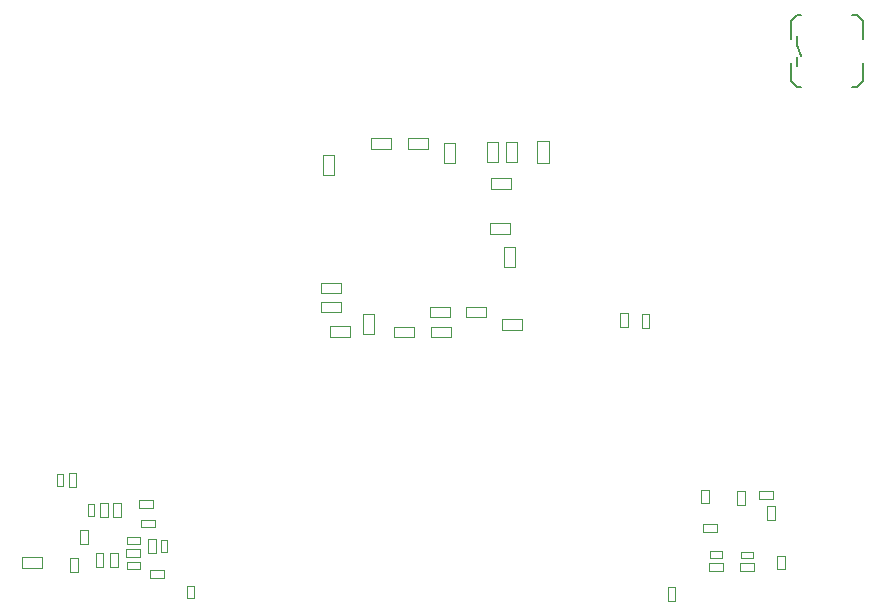
<source format=gbr>
%TF.GenerationSoftware,Altium Limited,Altium Designer,18.1.7 (191)*%
G04 Layer_Color=32768*
%FSLAX26Y26*%
%MOIN*%
%TF.FileFunction,Other,Bottom_Assembly*%
%TF.Part,Single*%
G01*
G75*
%TA.AperFunction,NonConductor*%
%ADD108C,0.003937*%
%ADD135C,0.008000*%
D108*
X326299Y953071D02*
X393228D01*
X326299Y917638D02*
X393228D01*
Y953071D01*
X326299Y917638D02*
Y953071D01*
X1925984Y1711064D02*
X1992914D01*
X1925984Y1746496D02*
X1992914D01*
X1925984Y1711064D02*
Y1746496D01*
X1992914Y1711064D02*
Y1746496D01*
X2393346Y1718347D02*
X2418937D01*
X2393346Y1763622D02*
X2418937D01*
Y1718347D02*
Y1763622D01*
X2393346Y1718347D02*
Y1763622D01*
X2320472Y1721653D02*
X2346063D01*
X2320472Y1766929D02*
X2346063D01*
Y1721653D02*
Y1766929D01*
X2320472Y1721653D02*
Y1766929D01*
X657264Y1088366D02*
Y1133642D01*
X631673Y1088366D02*
Y1133642D01*
Y1088366D02*
X657264D01*
X631673Y1133642D02*
X657264D01*
X769528Y1052008D02*
Y1077598D01*
X724252Y1052008D02*
Y1077598D01*
X769528D01*
X724252Y1052008D02*
X769528D01*
X755315Y883346D02*
X800591D01*
X755315Y908937D02*
X800591D01*
X755315Y883346D02*
Y908937D01*
X800591Y883346D02*
Y908937D01*
X622087Y921339D02*
X647677D01*
X622087Y966614D02*
X647677D01*
Y921339D02*
Y966614D01*
X622087Y921339D02*
Y966614D01*
X572559Y921339D02*
Y966614D01*
X598149Y921339D02*
Y966614D01*
X572559D02*
X598149D01*
X572559Y921339D02*
X598149D01*
X521161Y997736D02*
X546752D01*
X521161Y1043012D02*
X546752D01*
Y997736D02*
Y1043012D01*
X521161Y997736D02*
Y1043012D01*
X2721535Y906417D02*
X2766811D01*
X2721535Y932008D02*
X2766811D01*
X2721535Y906417D02*
Y932008D01*
X2766811Y906417D02*
Y932008D01*
X2845472Y912953D02*
X2871063D01*
X2845472Y958228D02*
X2871063D01*
Y912953D02*
Y958228D01*
X2845472Y912953D02*
Y958228D01*
X2811693Y1076890D02*
Y1122165D01*
X2837283Y1076890D02*
Y1122165D01*
X2811693D02*
X2837283D01*
X2811693Y1076890D02*
X2837283D01*
X2712008Y1128032D02*
X2737598D01*
X2712008Y1173307D02*
X2737598D01*
Y1128032D02*
Y1173307D01*
X2712008Y1128032D02*
Y1173307D01*
X2598071Y1036417D02*
X2643347D01*
X2598071Y1062008D02*
X2643347D01*
X2598071Y1036417D02*
Y1062008D01*
X2643347Y1036417D02*
Y1062008D01*
X2663189Y906516D02*
Y932106D01*
X2617914Y906516D02*
Y932106D01*
X2663189D01*
X2617914Y906516D02*
X2663189D01*
X486969Y903307D02*
X512559D01*
X486969Y948583D02*
X512559D01*
Y903307D02*
Y948583D01*
X486969Y903307D02*
Y948583D01*
X2479921Y807736D02*
X2505512D01*
X2479921Y853012D02*
X2505512D01*
Y807736D02*
Y853012D01*
X2479921Y807736D02*
Y853012D01*
X2783819Y1147244D02*
X2829095D01*
X2783819Y1172835D02*
X2829095D01*
X2783819Y1147244D02*
Y1172835D01*
X2829095Y1147244D02*
Y1172835D01*
X2590866Y1132008D02*
X2616457D01*
X2590866Y1177284D02*
X2616457D01*
Y1132008D02*
Y1177284D01*
X2590866Y1132008D02*
Y1177284D01*
X587402Y1087795D02*
Y1133071D01*
X612992Y1087795D02*
Y1133071D01*
X587402D02*
X612992D01*
X587402Y1087795D02*
X612992D01*
X721024Y953819D02*
Y979409D01*
X675748Y953819D02*
Y979409D01*
X721024D01*
X675748Y953819D02*
X721024D01*
X482795Y1187244D02*
Y1232520D01*
X508386Y1187244D02*
Y1232520D01*
X482795D02*
X508386D01*
X482795Y1187244D02*
X508386D01*
X747047Y1012913D02*
X772638D01*
X747047Y967638D02*
X772638D01*
X747047D02*
Y1012913D01*
X772638Y967638D02*
Y1012913D01*
X717913Y1117756D02*
X763189D01*
X717913Y1143346D02*
X763189D01*
X717913Y1117756D02*
Y1143346D01*
X763189Y1117756D02*
Y1143346D01*
X1807205Y1787677D02*
X1874134D01*
X1807205Y1752244D02*
X1874134D01*
Y1787677D01*
X1807205Y1752244D02*
Y1787677D01*
X1686181Y1787756D02*
X1753110D01*
X1686181Y1752323D02*
X1753110D01*
Y1787756D01*
X1686181Y1752323D02*
Y1787756D01*
X547283Y1089448D02*
X568937D01*
X547283Y1130788D02*
X568937D01*
Y1089448D02*
Y1130788D01*
X547283Y1089448D02*
Y1130788D01*
X878622Y856812D02*
X900276D01*
X878622Y815472D02*
X900276D01*
X878622D02*
Y856812D01*
X900276Y815472D02*
Y856812D01*
X443464Y1189290D02*
Y1230630D01*
X465118Y1189290D02*
Y1230630D01*
X443464D02*
X465118D01*
X443464Y1189290D02*
X465118D01*
X790552Y1010788D02*
X812204D01*
X790552Y969448D02*
X812204D01*
X790552D02*
Y1010788D01*
X812204Y969448D02*
Y1010788D01*
X678032Y914134D02*
X719370D01*
X678032Y935788D02*
X719370D01*
X678032Y914134D02*
Y935788D01*
X719370Y914134D02*
Y935788D01*
X678070Y998386D02*
X719410D01*
X678070Y1020040D02*
X719410D01*
X678070Y998386D02*
Y1020040D01*
X719410Y998386D02*
Y1020040D01*
X2619804Y950314D02*
X2661142D01*
X2619804Y971968D02*
X2661142D01*
X2619804Y950314D02*
Y971968D01*
X2661142Y950314D02*
Y971968D01*
X2723150Y950138D02*
X2764488D01*
X2723150Y971792D02*
X2764488D01*
X2723150Y950138D02*
Y971792D01*
X2764488Y950138D02*
Y971792D01*
X2044251Y2267678D02*
X2083621D01*
X2044251Y2338544D02*
X2083621D01*
Y2267678D02*
Y2338544D01*
X2044251Y2267678D02*
Y2338544D01*
X1941536Y2336574D02*
X1976968D01*
X1941536Y2269646D02*
X1976968D01*
X1941536D02*
Y2336574D01*
X1976968Y2269646D02*
Y2336574D01*
X1935276Y1986338D02*
X1970708D01*
X1935276Y1919410D02*
X1970708D01*
X1935276D02*
Y1986338D01*
X1970708Y1919410D02*
Y1986338D01*
X1953818Y2031378D02*
Y2066812D01*
X1886890Y2031378D02*
Y2066812D01*
X1953818D01*
X1886890Y2031378D02*
X1953818D01*
X1958308Y2181614D02*
Y2217048D01*
X1891378Y2181614D02*
Y2217048D01*
X1958308D01*
X1891378Y2181614D02*
X1958308D01*
X1734488Y2333702D02*
X1769920D01*
X1734488Y2266772D02*
X1769920D01*
X1734488D02*
Y2333702D01*
X1769920Y2266772D02*
Y2333702D01*
X1681496Y2314134D02*
Y2349566D01*
X1614568Y2314134D02*
Y2349566D01*
X1681496D01*
X1614568Y2314134D02*
X1681496D01*
X1558700Y2313858D02*
Y2349292D01*
X1491772Y2313858D02*
Y2349292D01*
X1558700D01*
X1491772Y2313858D02*
X1558700D01*
X1877284Y2335944D02*
X1912716D01*
X1877284Y2269016D02*
X1912716D01*
X1877284D02*
Y2335944D01*
X1912716Y2269016D02*
Y2335944D01*
X1332401Y2227559D02*
Y2294489D01*
X1367835Y2227559D02*
Y2294489D01*
X1332401D02*
X1367835D01*
X1332401Y2227559D02*
X1367835D01*
X1325006Y1867774D02*
X1391936D01*
X1325006Y1832340D02*
X1391936D01*
Y1867774D01*
X1325006Y1832340D02*
Y1867774D01*
X1323804Y1804350D02*
X1390734D01*
X1323804Y1768916D02*
X1390734D01*
Y1804350D01*
X1323804Y1768916D02*
Y1804350D01*
X1355276Y1722440D02*
X1422204D01*
X1355276Y1687008D02*
X1422204D01*
Y1722440D01*
X1355276Y1687008D02*
Y1722440D01*
X1464528Y1697796D02*
Y1764724D01*
X1499960Y1697796D02*
Y1764724D01*
X1464528D02*
X1499960D01*
X1464528Y1697796D02*
X1499960D01*
X1567244Y1686338D02*
X1634174D01*
X1567244Y1721772D02*
X1634174D01*
X1567244Y1686338D02*
Y1721772D01*
X1634174Y1686338D02*
Y1721772D01*
X1689842D02*
X1756772D01*
X1689842Y1686338D02*
X1756772D01*
Y1721772D01*
X1689842Y1686338D02*
Y1721772D01*
D135*
X2909291Y2659449D02*
X2924291Y2624449D01*
X2909291Y2589449D02*
Y2619449D01*
Y2659449D02*
Y2689449D01*
X3094291Y2759449D02*
X3109291D01*
X2909291D02*
X2924291D01*
X2909291Y2519449D02*
X2924291D01*
X3094291D02*
X3109291D01*
X2889291Y2539449D02*
Y2599449D01*
Y2539449D02*
X2909291Y2519449D01*
X2889291Y2679449D02*
Y2739449D01*
X2909291Y2759449D01*
X3129291Y2539449D02*
Y2599449D01*
X3109291Y2519449D02*
X3129291Y2539449D01*
X3109291Y2759449D02*
X3129291Y2739449D01*
Y2679449D02*
Y2739449D01*
%TF.MD5,0fc7c46fdbcadcfea01d167250eaa0bd*%
M02*

</source>
